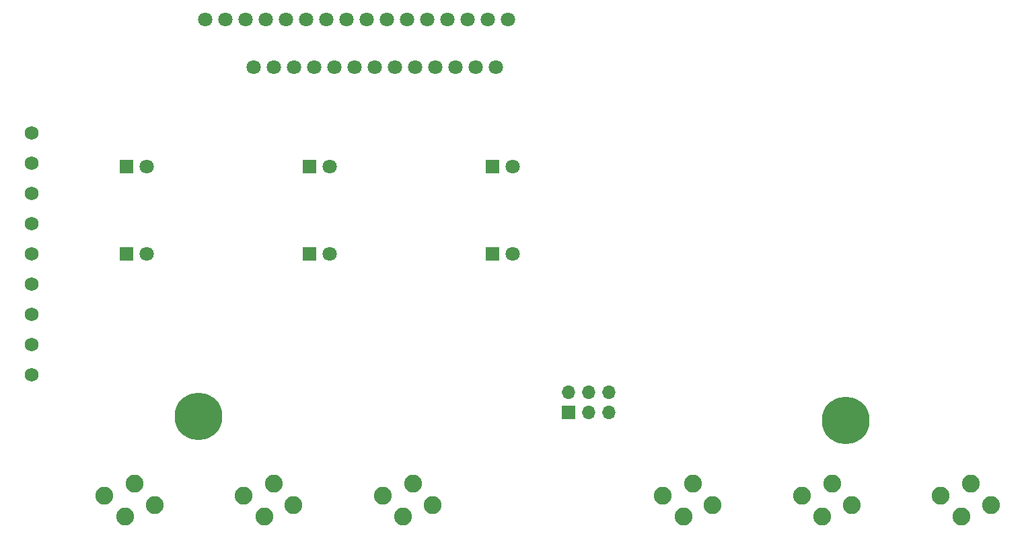
<source format=gbs>
G04 #@! TF.GenerationSoftware,KiCad,Pcbnew,(5.1.7)-1*
G04 #@! TF.CreationDate,2022-05-13T22:18:05+02:00*
G04 #@! TF.ProjectId,Anzeige-Modul,416e7a65-6967-4652-9d4d-6f64756c2e6b,rev?*
G04 #@! TF.SameCoordinates,Original*
G04 #@! TF.FileFunction,Soldermask,Bot*
G04 #@! TF.FilePolarity,Negative*
%FSLAX46Y46*%
G04 Gerber Fmt 4.6, Leading zero omitted, Abs format (unit mm)*
G04 Created by KiCad (PCBNEW (5.1.7)-1) date 2022-05-13 22:18:05*
%MOMM*%
%LPD*%
G01*
G04 APERTURE LIST*
%ADD10C,2.250000*%
%ADD11C,1.750000*%
%ADD12R,1.800000X1.800000*%
%ADD13C,1.800000*%
%ADD14R,1.700000X1.700000*%
%ADD15O,1.700000X1.700000*%
%ADD16C,6.000000*%
G04 APERTURE END LIST*
D10*
X39500000Y-104200000D03*
X35800000Y-105600000D03*
X33200000Y-103000000D03*
X37000000Y-101500000D03*
X57000000Y-104200000D03*
X53300000Y-105600000D03*
X50700000Y-103000000D03*
X54500000Y-101500000D03*
X74500000Y-104200000D03*
X70800000Y-105600000D03*
X68200000Y-103000000D03*
X72000000Y-101500000D03*
X109750000Y-104200000D03*
X106050000Y-105600000D03*
X103450000Y-103000000D03*
X107250000Y-101500000D03*
X144750000Y-104200000D03*
X141050000Y-105600000D03*
X138450000Y-103000000D03*
X142250000Y-101500000D03*
X127250000Y-104200000D03*
X123550000Y-105600000D03*
X120950000Y-103000000D03*
X124750000Y-101500000D03*
D11*
X24000000Y-87740000D03*
X24000000Y-83930000D03*
X24000000Y-80120000D03*
X24000000Y-76310000D03*
X24000000Y-72500000D03*
X24000000Y-68690000D03*
X24000000Y-64880000D03*
X24000000Y-61070000D03*
X24000000Y-57260000D03*
D12*
X36000000Y-61500000D03*
D13*
X38540000Y-61500000D03*
D12*
X59000000Y-61500000D03*
D13*
X61540000Y-61500000D03*
D12*
X82000000Y-61500000D03*
D13*
X84540000Y-61500000D03*
D12*
X36000000Y-72500000D03*
D13*
X38540000Y-72500000D03*
D12*
X59000000Y-72500000D03*
D13*
X61540000Y-72500000D03*
D12*
X82000000Y-72500000D03*
D13*
X84540000Y-72500000D03*
X52000000Y-49000000D03*
X54540000Y-49000000D03*
X57080000Y-49000000D03*
X59620000Y-49000000D03*
X62160000Y-49000000D03*
X64700000Y-49000000D03*
X67240000Y-49000000D03*
X69780000Y-49000000D03*
X72320000Y-49000000D03*
X74860000Y-49000000D03*
X77400000Y-49000000D03*
X79940000Y-49000000D03*
X82480000Y-49000000D03*
X84000000Y-43000000D03*
X81460000Y-43000000D03*
X78920000Y-43000000D03*
X76380000Y-43000000D03*
X73840000Y-43000000D03*
X71300000Y-43000000D03*
X68760000Y-43000000D03*
X66220000Y-43000000D03*
X63680000Y-43000000D03*
X61140000Y-43000000D03*
X58600000Y-43000000D03*
X56060000Y-43000000D03*
X53520000Y-43000000D03*
X50980000Y-43000000D03*
X48440000Y-43000000D03*
X45900000Y-43000000D03*
D14*
X91585000Y-92500000D03*
D15*
X91585000Y-89960000D03*
X94125000Y-92500000D03*
X94125000Y-89960000D03*
X96665000Y-92500000D03*
X96665000Y-89960000D03*
D16*
X45000000Y-93000000D03*
X126500000Y-93500000D03*
M02*

</source>
